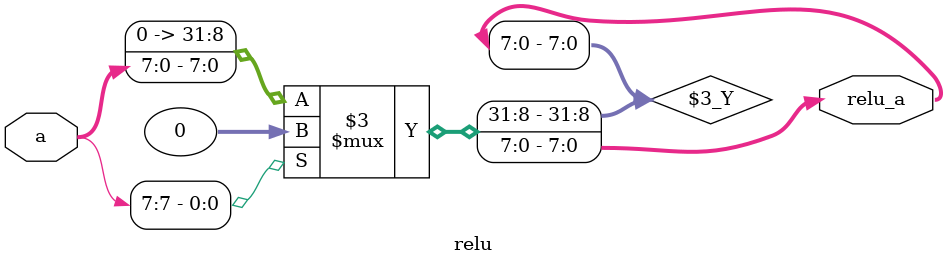
<source format=v>
module relu (
    input  [7:0] a,
    output reg [7:0] relu_a
);
    always @(*) begin
        relu_a = a[7] ? 0 : a;
    end
endmodule

</source>
